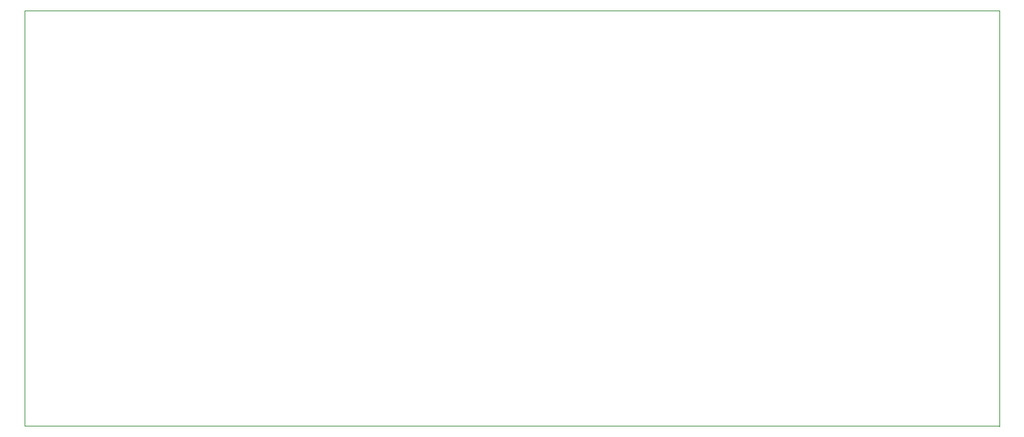
<source format=gm1>
G04 #@! TF.GenerationSoftware,KiCad,Pcbnew,(5.1.5)-3*
G04 #@! TF.CreationDate,2020-09-03T10:53:21+10:00*
G04 #@! TF.ProjectId,Boni_3.0_1,426f6e69-5f33-42e3-905f-312e6b696361,rev?*
G04 #@! TF.SameCoordinates,Original*
G04 #@! TF.FileFunction,Profile,NP*
%FSLAX46Y46*%
G04 Gerber Fmt 4.6, Leading zero omitted, Abs format (unit mm)*
G04 Created by KiCad (PCBNEW (5.1.5)-3) date 2020-09-03 10:53:21*
%MOMM*%
%LPD*%
G04 APERTURE LIST*
G04 #@! TA.AperFunction,Profile*
%ADD10C,0.100000*%
G04 #@! TD*
G04 APERTURE END LIST*
D10*
X75283000Y-63538000D02*
X75283000Y-113538000D01*
X75283000Y-63538000D02*
X192659000Y-63500000D01*
X192659000Y-113601500D02*
X192659000Y-63563500D01*
X75283000Y-113538000D02*
X192595500Y-113538000D01*
M02*

</source>
